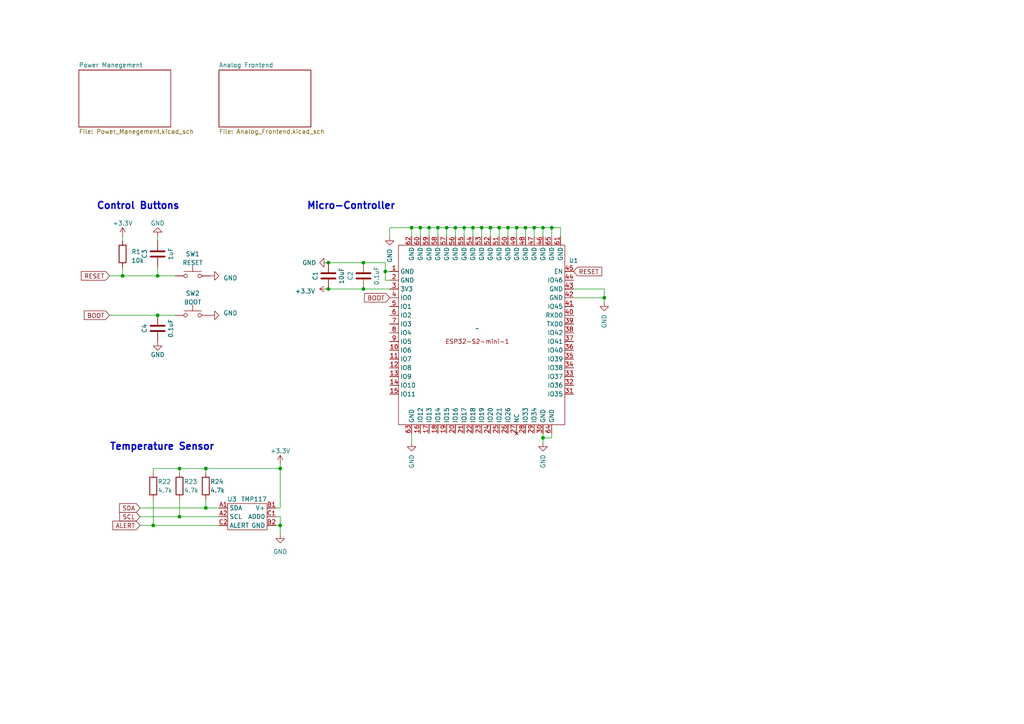
<source format=kicad_sch>
(kicad_sch (version 20230121) (generator eeschema)
  (paper "A4")
  (title_block (title "Neural Interface Top Level") (date "2024-03-21") (rev "1") (company "Owen Leishman"))
  (lib_symbols
    (symbol "ASIC_Implementation:ESP32-S2-mini-1"
      (property "Reference" "U" (at -3.81 -100.33 0))
      (symbol "ESP32-S2-mini-1_0_0"
        (pin power_in line (at -27.94 -91.44 0) (length 2.54) (name "GND") (number "1"))
        (pin unspecified line (at -27.94 -114.3 0) (length 2.54) (name "IO6") (number "10"))
        (pin unspecified line (at -27.94 -116.84 0) (length 2.54) (name "IO7") (number "11"))
        (pin unspecified line (at -27.94 -119.38 0) (length 2.54) (name "IO8") (number "12"))
        (pin unspecified line (at -27.94 -121.92 0) (length 2.54) (name "IO9") (number "13"))
        (pin unspecified line (at -27.94 -124.46 0) (length 2.54) (name "IO10") (number "14"))
        (pin unspecified line (at -27.94 -127 0) (length 2.54) (name "IO11") (number "15"))
        (pin unspecified line (at -19.05 -138.43 90) (length 2.54) (name "IO12") (number "16"))
        (pin unspecified line (at -16.51 -138.43 90) (length 2.54) (name "IO13") (number "17"))
        (pin unspecified line (at -13.97 -138.43 90) (length 2.54) (name "IO14") (number "18"))
        (pin unspecified line (at -11.43 -138.43 90) (length 2.54) (name "IO15") (number "19"))
        (pin power_in line (at -27.94 -93.98 0) (length 2.54) (name "GND") (number "2"))
        (pin unspecified line (at -8.89 -138.43 90) (length 2.54) (name "IO16") (number "20"))
        (pin unspecified line (at -6.35 -138.43 90) (length 2.54) (name "IO17") (number "21"))
        (pin unspecified line (at -3.81 -138.43 90) (length 2.54) (name "IO18") (number "22"))
        (pin unspecified line (at -1.27 -138.43 90) (length 2.54) (name "IO19") (number "23"))
        (pin unspecified line (at 1.27 -138.43 90) (length 2.54) (name "IO20") (number "24"))
        (pin unspecified line (at 3.81 -138.43 90) (length 2.54) (name "IO21") (number "25"))
        (pin unspecified line (at 6.35 -138.43 90) (length 2.54) (name "IO26") (number "26"))
        (pin no_connect line (at 8.89 -138.43 90) (length 2.54) (name "NC") (number "27"))
        (pin unspecified line (at 11.43 -138.43 90) (length 2.54) (name "IO33") (number "28"))
        (pin unspecified line (at 13.97 -138.43 90) (length 2.54) (name "IO34") (number "29"))
        (pin power_in line (at -27.94 -96.52 0) (length 2.54) (name "3V3") (number "3"))
        (pin unspecified line (at 16.51 -138.43 90) (length 2.54) (name "GND") (number "30"))
        (pin unspecified line (at 25.4 -127 180) (length 2.54) (name "IO35") (number "31"))
        (pin unspecified line (at 25.4 -124.46 180) (length 2.54) (name "IO36") (number "32"))
        (pin unspecified line (at 25.4 -121.92 180) (length 2.54) (name "IO37") (number "33"))
        (pin unspecified line (at 25.4 -119.38 180) (length 2.54) (name "IO38") (number "34"))
        (pin unspecified line (at 25.4 -116.84 180) (length 2.54) (name "IO39") (number "35"))
        (pin unspecified line (at 25.4 -114.3 180) (length 2.54) (name "IO40") (number "36"))
        (pin unspecified line (at 25.4 -111.76 180) (length 2.54) (name "IO41") (number "37"))
        (pin unspecified line (at 25.4 -109.22 180) (length 2.54) (name "IO42") (number "38"))
        (pin unspecified line (at 25.4 -106.68 180) (length 2.54) (name "TXD0") (number "39"))
        (pin output line (at -27.94 -99.06 0) (length 2.54) (name "IO0") (number "4"))
        (pin unspecified line (at 25.4 -101.6 180) (length 2.54) (name "IO45") (number "41"))
        (pin unspecified line (at 25.4 -99.06 180) (length 2.54) (name "GND") (number "42"))
        (pin unspecified line (at 25.4 -96.52 180) (length 2.54) (name "GND") (number "43"))
        (pin unspecified line (at 25.4 -93.98 180) (length 2.54) (name "IO46") (number "44"))
        (pin unspecified line (at 25.4 -91.44 180) (length 2.54) (name "EN") (number "45"))
        (pin unspecified line (at 16.51 -81.28 270) (length 2.54) (name "GND") (number "46"))
        (pin unspecified line (at 13.97 -81.28 270) (length 2.54) (name "GND") (number "47"))
        (pin unspecified line (at 11.43 -81.28 270) (length 2.54) (name "GND") (number "48"))
        (pin unspecified line (at 8.89 -81.28 270) (length 2.54) (name "GND") (number "49"))
        (pin output line (at -27.94 -101.6 0) (length 2.54) (name "IO1") (number "5"))
        (pin unspecified line (at 6.35 -81.28 270) (length 2.54) (name "GND") (number "50"))
        (pin unspecified line (at 3.81 -81.28 270) (length 2.54) (name "GND") (number "51"))
        (pin unspecified line (at 1.27 -81.28 270) (length 2.54) (name "GND") (number "52"))
        (pin unspecified line (at -1.27 -81.28 270) (length 2.54) (name "GND") (number "53"))
        (pin unspecified line (at -3.81 -81.28 270) (length 2.54) (name "GND") (number "54"))
        (pin unspecified line (at -6.35 -81.28 270) (length 2.54) (name "GND") (number "55"))
        (pin unspecified line (at -8.89 -81.28 270) (length 2.54) (name "GND") (number "56"))
        (pin unspecified line (at -11.43 -81.28 270) (length 2.54) (name "GND") (number "57"))
        (pin unspecified line (at -13.97 -81.28 270) (length 2.54) (name "GND") (number "58"))
        (pin unspecified line (at -16.51 -81.28 270) (length 2.54) (name "GND") (number "59"))
        (pin unspecified line (at -27.94 -104.14 0) (length 2.54) (name "IO2") (number "6"))
        (pin unspecified line (at -19.05 -81.28 270) (length 2.54) (name "GND") (number "60"))
        (pin unspecified line (at -21.59 -81.28 270) (length 2.54) (name "GND") (number "62"))
        (pin unspecified line (at -21.59 -138.43 90) (length 2.54) (name "GND") (number "63"))
        (pin unspecified line (at 19.05 -138.43 90) (length 2.54) (name "GND") (number "64"))
        (pin unspecified line (at 19.05 -81.28 270) (length 2.54) (name "GND") (number "65"))
        (pin unspecified line (at -27.94 -106.68 0) (length 2.54) (name "IO3") (number "7"))
        (pin unspecified line (at -27.94 -109.22 0) (length 2.54) (name "IO4") (number "8"))
        (pin unspecified line (at -27.94 -111.76 0) (length 2.54) (name "IO5") (number "9"))
      )
      (symbol "ESP32-S2-mini-1_0_1"
        (rectangle (start -25.4 -83.82) (end 22.86 -135.89))
      )
      (symbol "ESP32-S2-mini-1_1_0"
        (pin unspecified line (at 25.4 -104.14 180) (length 2.54) (name "RXD0") (number "40"))
        (pin unspecified line (at 21.59 -81.28 270) (length 2.54) (name "GND") (number "61"))
      )
      (symbol "ESP32-S2-mini-1_1_1"
        (text "ESP32-S2-mini-1" (at -2.54 -111.76 0) (effects (font (size 1.27 1.27))))
      )
    )
    (symbol "Device:C" (pin_numbers hide) (pin_names (offset 0.254))
      (property "Reference" "C" (at 0.635 2.54 0))
      (property "Value" "C" (at 0.635 -2.54 0))
      (symbol "C_0_1"
        (polyline (pts (xy -2.032 -0.762) (xy 2.032 -0.762)) (stroke (width 0.508)))
        (polyline (pts (xy -2.032 0.762) (xy 2.032 0.762)) (stroke (width 0.508)))
      )
      (symbol "C_1_1"
        (pin passive line (at 0 3.81 270) (length 2.794) (name "~") (number "1"))
        (pin passive line (at 0 -3.81 90) (length 2.794) (name "~") (number "2"))
      )
    )
    (symbol "Device:R" (pin_numbers hide) (pin_names (offset 0))
      (property "Reference" "R" (at 2.032 0 90))
      (property "Value" "R" (at 0 0 90))
      (symbol "R_0_1"
        (rectangle (start -1.016 -2.54) (end 1.016 2.54) (stroke (width 0.254)))
      )
      (symbol "R_1_1"
        (pin passive line (at 0 3.81 270) (length 1.27) (name "~") (number "1"))
        (pin passive line (at 0 -3.81 90) (length 1.27) (name "~") (number "2"))
      )
    )
    (symbol "Motor_Driver:TMP117"
      (property "Reference" "U3" (at -5.08 5.08 0))
      (property "Value" "TMP117" (at 1.27 5.08 0))
      (symbol "TMP117_0_0"
        (pin passive line (at -8.89 2.54 0) (length 2.54) (name "SDA") (number "A1"))
        (pin passive line (at -8.89 0 0) (length 2.54) (name "SCL") (number "A2"))
        (pin passive line (at 7.62 0 180) (length 2.54) (name "ADD0") (number "C1"))
        (pin passive line (at -8.89 -2.54 0) (length 2.54) (name "ALERT") (number "C2"))
      )
      (symbol "TMP117_0_1"
        (rectangle (start -6.35 3.81) (end 5.08 -3.81))
      )
      (symbol "TMP117_1_0"
        (pin power_in line (at 7.62 2.54 180) (length 2.54) (name "V+") (number "B1"))
        (pin power_in line (at 7.62 -2.54 180) (length 2.54) (name "GND") (number "B2"))
      )
    )
    (symbol "Switch:SW_Push" (pin_numbers hide) (pin_names (offset 1.016) hide)
      (property "Reference" "SW" (at 1.27 2.54 0))
      (property "Value" "SW_Push" (at 0 -1.524 0))
      (symbol "SW_Push_0_1"
        (circle (center -2.032 0) (radius 0.508))
        (polyline (pts (xy 0 1.27) (xy 0 3.048)))
        (polyline (pts (xy 2.54 1.27) (xy -2.54 1.27)))
        (circle (center 2.032 0) (radius 0.508))
        (pin passive line (at -5.08 0 0) (length 2.54) (name "1") (number "1"))
        (pin passive line (at 5.08 0 180) (length 2.54) (name "2") (number "2"))
      )
    )
    (symbol "power:+3.3V" (power) (pin_names (offset 0))
      (property "Value" "+3.3V" (at 0 3.556 0))
      (symbol "+3.3V_0_1"
        (polyline (pts (xy -0.762 1.27) (xy 0 2.54)))
        (polyline (pts (xy 0 0) (xy 0 2.54)))
        (polyline (pts (xy 0 2.54) (xy 0.762 1.27)))
      )
      (symbol "+3.3V_1_1"
        (pin power_in line (at 0 0 90) (length 0) hide (name "+3.3V") (number "1"))
      )
    )
    (symbol "power:GND" (power) (pin_names (offset 0))
      (property "Value" "GND" (at 0 -3.81 0))
      (symbol "GND_0_1"
        (polyline (pts (xy 0 0) (xy 0 -1.27) (xy 1.27 -1.27) (xy 0 -2.54) (xy -1.27 -1.27) (xy 0 -1.27)))
      )
      (symbol "GND_1_1"
        (pin power_in line (at 0 0 270) (length 0) hide (name "GND") (number "1"))
      )
    )
  )
  (junction (at 142.24 66.04))
  (junction (at 45.72 91.44))
  (junction (at 132.08 66.04))
  (junction (at 81.28 135.89))
  (junction (at 129.54 66.04))
  (junction (at 149.86 66.04))
  (junction (at 121.92 66.04))
  (junction (at 124.46 66.04))
  (junction (at 152.4 66.04))
  (junction (at 59.69 135.89))
  (junction (at 134.62 66.04))
  (junction (at 59.69 147.32))
  (junction (at 139.7 66.04))
  (junction (at 81.28 152.4))
  (junction (at 119.38 66.04))
  (junction (at 127 66.04))
  (junction (at 52.07 149.86))
  (junction (at 111.76 78.74))
  (junction (at 95.25 76.2))
  (junction (at 144.78 66.04))
  (junction (at 160.02 66.04))
  (junction (at 35.56 80.01))
  (junction (at 175.26 86.36))
  (junction (at 44.45 152.4))
  (junction (at 157.48 66.04))
  (junction (at 95.25 83.82))
  (junction (at 157.48 127))
  (junction (at 137.16 66.04))
  (junction (at 45.72 80.01))
  (junction (at 154.94 66.04))
  (junction (at 52.07 135.89))
  (junction (at 105.41 76.2))
  (junction (at 147.32 66.04))
  (junction (at 105.41 83.82))
  (wire (pts (xy 162.56 66.04) (xy 162.56 68.58)))
  (wire (pts (xy 147.32 66.04) (xy 147.32 68.58)))
  (wire (pts (xy 59.69 147.32) (xy 59.69 144.78)))
  (wire (pts (xy 166.37 83.82) (xy 175.26 83.82)))
  (wire (pts (xy 40.64 147.32) (xy 59.69 147.32)))
  (wire (pts (xy 52.07 135.89) (xy 52.07 137.16)))
  (wire (pts (xy 124.46 66.04) (xy 127 66.04)))
  (wire (pts (xy 105.41 76.2) (xy 111.76 76.2)))
  (wire (pts (xy 124.46 66.04) (xy 124.46 68.58)))
  (wire (pts (xy 144.78 66.04) (xy 147.32 66.04)))
  (wire (pts (xy 50.8 91.44) (xy 45.72 91.44)))
  (wire (pts (xy 80.01 152.4) (xy 81.28 152.4)))
  (wire (pts (xy 132.08 66.04) (xy 134.62 66.04)))
  (wire (pts (xy 63.5 152.4) (xy 44.45 152.4)))
  (wire (pts (xy 157.48 66.04) (xy 160.02 66.04)))
  (wire (pts (xy 157.48 66.04) (xy 157.48 68.58)))
  (wire (pts (xy 119.38 128.27) (xy 119.38 125.73)))
  (wire (pts (xy 95.25 76.2) (xy 105.41 76.2)))
  (wire (pts (xy 59.69 135.89) (xy 52.07 135.89)))
  (wire (pts (xy 81.28 147.32) (xy 81.28 135.89)))
  (wire (pts (xy 121.92 66.04) (xy 121.92 68.58)))
  (wire (pts (xy 127 66.04) (xy 129.54 66.04)))
  (wire (pts (xy 35.56 68.58) (xy 35.56 69.85)))
  (wire (pts (xy 139.7 66.04) (xy 139.7 68.58)))
  (wire (pts (xy 160.02 66.04) (xy 160.02 68.58)))
  (wire (pts (xy 129.54 66.04) (xy 129.54 68.58)))
  (wire (pts (xy 121.92 66.04) (xy 124.46 66.04)))
  (wire (pts (xy 81.28 152.4) (xy 81.28 154.94)))
  (wire (pts (xy 142.24 66.04) (xy 142.24 68.58)))
  (wire (pts (xy 142.24 66.04) (xy 144.78 66.04)))
  (wire (pts (xy 45.72 80.01) (xy 50.8 80.01)))
  (wire (pts (xy 81.28 135.89) (xy 59.69 135.89)))
  (wire (pts (xy 132.08 66.04) (xy 132.08 68.58)))
  (wire (pts (xy 134.62 66.04) (xy 134.62 68.58)))
  (wire (pts (xy 63.5 149.86) (xy 52.07 149.86)))
  (wire (pts (xy 160.02 66.04) (xy 162.56 66.04)))
  (wire (pts (xy 134.62 66.04) (xy 137.16 66.04)))
  (wire (pts (xy 111.76 81.28) (xy 111.76 78.74)))
  (wire (pts (xy 40.64 149.86) (xy 52.07 149.86)))
  (wire (pts (xy 63.5 147.32) (xy 59.69 147.32)))
  (wire (pts (xy 95.25 83.82) (xy 105.41 83.82)))
  (wire (pts (xy 175.26 83.82) (xy 175.26 86.36)))
  (wire (pts (xy 105.41 83.82) (xy 113.03 83.82)))
  (wire (pts (xy 137.16 66.04) (xy 137.16 68.58)))
  (wire (pts (xy 152.4 66.04) (xy 154.94 66.04)))
  (wire (pts (xy 52.07 135.89) (xy 44.45 135.89)))
  (wire (pts (xy 157.48 128.27) (xy 157.48 127)))
  (wire (pts (xy 119.38 66.04) (xy 119.38 68.58)))
  (wire (pts (xy 175.26 87.63) (xy 175.26 86.36)))
  (wire (pts (xy 154.94 66.04) (xy 157.48 66.04)))
  (wire (pts (xy 157.48 127) (xy 160.02 127)))
  (wire (pts (xy 113.03 81.28) (xy 111.76 81.28)))
  (wire (pts (xy 81.28 149.86) (xy 81.28 152.4)))
  (wire (pts (xy 59.69 137.16) (xy 59.69 135.89)))
  (wire (pts (xy 44.45 152.4) (xy 44.45 144.78)))
  (wire (pts (xy 149.86 66.04) (xy 149.86 68.58)))
  (wire (pts (xy 137.16 66.04) (xy 139.7 66.04)))
  (wire (pts (xy 111.76 78.74) (xy 113.03 78.74)))
  (wire (pts (xy 45.72 77.47) (xy 45.72 80.01)))
  (wire (pts (xy 154.94 66.04) (xy 154.94 68.58)))
  (wire (pts (xy 45.72 80.01) (xy 35.56 80.01)))
  (wire (pts (xy 113.03 66.04) (xy 119.38 66.04)))
  (wire (pts (xy 113.03 68.58) (xy 113.03 66.04)))
  (wire (pts (xy 52.07 149.86) (xy 52.07 144.78)))
  (wire (pts (xy 31.75 91.44) (xy 45.72 91.44)))
  (wire (pts (xy 166.37 86.36) (xy 175.26 86.36)))
  (wire (pts (xy 80.01 147.32) (xy 81.28 147.32)))
  (wire (pts (xy 40.64 152.4) (xy 44.45 152.4)))
  (wire (pts (xy 147.32 66.04) (xy 149.86 66.04)))
  (wire (pts (xy 149.86 66.04) (xy 152.4 66.04)))
  (wire (pts (xy 152.4 66.04) (xy 152.4 68.58)))
  (wire (pts (xy 45.72 68.58) (xy 45.72 69.85)))
  (wire (pts (xy 160.02 125.73) (xy 160.02 127)))
  (wire (pts (xy 111.76 76.2) (xy 111.76 78.74)))
  (wire (pts (xy 80.01 149.86) (xy 81.28 149.86)))
  (wire (pts (xy 35.56 80.01) (xy 31.75 80.01)))
  (wire (pts (xy 119.38 66.04) (xy 121.92 66.04)))
  (wire (pts (xy 127 66.04) (xy 127 68.58)))
  (wire (pts (xy 129.54 66.04) (xy 132.08 66.04)))
  (wire (pts (xy 35.56 77.47) (xy 35.56 80.01)))
  (wire (pts (xy 44.45 135.89) (xy 44.45 137.16)))
  (wire (pts (xy 139.7 66.04) (xy 142.24 66.04)))
  (wire (pts (xy 144.78 66.04) (xy 144.78 68.58)))
  (wire (pts (xy 81.28 134.62) (xy 81.28 135.89)))
  (wire (pts (xy 157.48 127) (xy 157.48 125.73)))
  (text "Control Buttons" (at 27.94 60.96 0) (effects (font (size 2 2) (thickness 0.4) bold) (justify left bottom)))
  (text "Temperature Sensor" (at 31.75 130.81 0) (effects (font (size 2 2) (thickness 0.4) bold) (justify left bottom)))
  (text "Micro-Controller" (at 88.9 60.96 0) (effects (font (size 2 2) (thickness 0.4) bold) (justify left bottom)))
  (global_label "SDA" (shape input) (at 40.64 147.32 180) (property "Intersheetrefs" "${INTERSHEET_REFS}" (effects hide)))
  (global_label "ALERT" (shape input) (at 40.64 152.4 180) (property "Intersheetrefs" "${INTERSHEET_REFS}" (effects hide)))
  (global_label "BOOT" (shape input) (at 31.75 91.44 180) (property "Intersheetrefs" "${INTERSHEET_REFS}" (effects hide)))
  (global_label "SCL" (shape input) (at 40.64 149.86 180) (property "Intersheetrefs" "${INTERSHEET_REFS}" (effects hide)))
  (global_label "BOOT" (shape input) (at 113.03 86.36 180) (property "Intersheetrefs" "${INTERSHEET_REFS}" (effects hide)))
  (global_label "RESET" (shape input) (at 31.75 80.01 180) (property "Intersheetrefs" "${INTERSHEET_REFS}" (effects hide)))
  (global_label "RESET" (shape input) (at 166.37 78.74 0) (property "Intersheetrefs" "${INTERSHEET_REFS}" (effects hide)))
  (symbol (lib_id "power:GND") (at 45.72 99.06 0) (unit 1)
    (property "Reference" "#PWR06" (effects hide))
    (property "Value" "GND" (at 45.72 102.87 0))
  )
  (symbol (lib_id "power:GND") (at 175.26 87.63 0) (unit 1)
    (property "Reference" "#PWR011" (effects hide))
    (property "Value" "GND" (at 175.26 95.25 90) (effects (justify left)))
  )
  (symbol (lib_id "power:GND") (at 157.48 128.27 0) (unit 1)
    (property "Reference" "#PWR010" (effects hide))
    (property "Value" "GND" (at 157.48 135.89 90) (effects (justify left)))
  )
  (symbol (lib_id "Device:C") (at 105.41 80.01 180) (unit 1)
    (property "Reference" "C2" (at 101.6 80.01 90))
    (property "Value" "0.1uF" (at 109.22 80.01 90))
    (property "Footprint" "Capacitor_SMD:C_0603_1608Metric" (effects hide))
  )
  (symbol (lib_id "power:GND") (at 81.28 154.94 0) (unit 1)
    (property "Reference" "#PWR055" (effects hide))
    (property "Value" "GND" (at 81.28 160.02 0))
  )
  (symbol (lib_id "Motor_Driver:TMP117") (at 72.39 149.86 0) (unit 1)
    (property "Reference" "U3" (at 67.31 144.78 0))
    (property "Value" "TMP117" (at 73.66 144.78 0))
    (property "Footprint" "Package_BGA:Texas_DSBGA-6_0.95x1.488mm_Layout2x3_P0.4mm" (effects hide))
    (property "Datasheet" "https://www.ti.com/lit/ds/symlink/tmp117.pdf?ts=1705219508033&ref_url=https%253A%252F%252Fwww.ti.com%252Fproduct%252FTMP117%253FCMP%253Dconv-poasamples" (effects hide))
  )
  (symbol (lib_id "Device:R") (at 35.56 73.66 0) (unit 1)
    (property "Reference" "R1" (at 38.1 73.025 0) (effects (justify left)))
    (property "Value" "10k" (at 38.1 75.565 0) (effects (justify left)))
    (property "Footprint" "Resistor_SMD:R_0805_2012Metric" (effects hide))
  )
  (symbol (lib_id "Device:R") (at 44.45 140.97 180) (unit 1)
    (property "Reference" "R22" (at 45.72 139.7 0) (effects (justify right)))
    (property "Value" "4.7k" (at 45.72 142.24 0) (effects (justify right)))
    (property "Footprint" "Resistor_SMD:R_0402_1005Metric" (effects hide))
  )
  (symbol (lib_id "power:+3.3V") (at 35.56 68.58 0) (unit 1)
    (property "Reference" "#PWR04" (effects hide))
    (property "Value" "+3.3V" (at 35.56 64.77 0))
  )
  (symbol (lib_id "Device:C") (at 95.25 80.01 180) (unit 1)
    (property "Reference" "C1" (at 91.44 80.01 90))
    (property "Value" "10uF" (at 99.06 80.01 90))
    (property "Footprint" "Capacitor_SMD:C_1210_3225Metric" (effects hide))
  )
  (symbol (lib_id "power:GND") (at 60.96 91.44 90) (unit 1)
    (property "Reference" "#PWR08" (effects hide))
    (property "Value" "GND" (at 64.77 90.805 90) (effects (justify right)))
  )
  (symbol (lib_id "power:GND") (at 45.72 68.58 180) (unit 1)
    (property "Reference" "#PWR05" (effects hide))
    (property "Value" "GND" (at 45.72 64.77 0))
  )
  (symbol (lib_id "Device:C") (at 45.72 95.25 180) (unit 1)
    (property "Reference" "C4" (at 41.91 95.25 90))
    (property "Value" "0.1uF" (at 49.53 95.25 90))
    (property "Footprint" "Capacitor_SMD:C_0603_1608Metric" (effects hide))
  )
  (symbol (lib_id "power:GND") (at 60.96 80.01 90) (unit 1)
    (property "Reference" "#PWR07" (effects hide))
    (property "Value" "GND" (at 64.77 80.645 90) (effects (justify right)))
  )
  (symbol (lib_id "Switch:SW_Push") (at 55.88 91.44 0) (unit 1)
    (property "Reference" "SW2" (at 55.88 85.09 0))
    (property "Value" "BOOT" (at 55.88 87.63 0))
    (property "Footprint" "ASIC_Implementation_Library:PTS815SJM250SMTRLFS" (effects hide))
  )
  (symbol (lib_id "Device:R") (at 52.07 140.97 180) (unit 1)
    (property "Reference" "R23" (at 53.34 139.7 0) (effects (justify right)))
    (property "Value" "4.7k" (at 53.34 142.24 0) (effects (justify right)))
    (property "Footprint" "Resistor_SMD:R_0402_1005Metric" (effects hide))
  )
  (symbol (lib_id "Device:R") (at 59.69 140.97 180) (unit 1)
    (property "Reference" "R24" (at 60.96 139.7 0) (effects (justify right)))
    (property "Value" "4.7k" (at 60.96 142.24 0) (effects (justify right)))
    (property "Footprint" "Resistor_SMD:R_0402_1005Metric" (effects hide))
  )
  (symbol (lib_id "ASIC_Implementation:ESP32-S2-mini-1") (at 140.97 -12.7 0) (unit 1)
    (property "Reference" "U1" (at 166.37 75.5903 0))
    (property "Value" "~" (at 138.43 95.25 0))
    (property "Footprint" "ASIC_Implementation_Library:ESP32S2MINI1N4R2" (effects hide))
  )
  (symbol (lib_id "power:GND") (at 119.38 128.27 0) (unit 1)
    (property "Reference" "#PWR09" (effects hide))
    (property "Value" "GND" (at 119.38 135.89 90) (effects (justify left)))
  )
  (symbol (lib_id "power:+3.3V") (at 81.28 134.62 0) (unit 1)
    (property "Reference" "#PWR054" (effects hide))
    (property "Value" "+3.3V" (at 81.28 130.81 0))
  )
  (symbol (lib_id "Device:C") (at 45.72 73.66 180) (unit 1)
    (property "Reference" "C3" (at 41.91 73.66 90))
    (property "Value" "1uF" (at 49.53 73.66 90))
    (property "Footprint" "Capacitor_SMD:C_0805_2012Metric" (effects hide))
  )
  (symbol (lib_id "power:GND") (at 113.03 68.58 0) (unit 1)
    (property "Reference" "#PWR03" (effects hide))
    (property "Value" "GND" (at 113.03 76.2 90) (effects (justify left)))
  )
  (symbol (lib_id "Switch:SW_Push") (at 55.88 80.01 0) (unit 1)
    (property "Reference" "SW1" (at 55.88 73.66 0))
    (property "Value" "RESET" (at 55.88 76.2 0))
    (property "Footprint" "ASIC_Implementation_Library:PTS815SJM250SMTRLFS" (effects hide))
  )
  (symbol (lib_id "power:+3.3V") (at 95.25 83.82 90) (unit 1)
    (property "Reference" "#PWR02" (effects hide))
    (property "Value" "+3.3V" (at 91.44 84.455 90) (effects (justify left)))
  )
  (symbol (lib_id "power:GND") (at 95.25 76.2 270) (unit 1)
    (property "Reference" "#PWR01" (effects hide))
    (property "Value" "GND" (at 87.63 76.2 90) (effects (justify left)))
  )
  (sheet (at 63.5 20.32) (size 26.67 16.51) (stroke (width 0.1524))
    (property "Sheetname" "Analog Frontend" (at 63.5 19.6084 0) (effects (justify left bottom)))
    (property "Sheetfile" "Analog_Frontend.kicad_sch" (at 63.5 37.4146 0) (effects (justify left top)))
  )
  (sheet (at 22.86 20.32) (size 26.67 16.51) (stroke (width 0.1524))
    (property "Sheetname" "Power Manegement" (at 22.86 19.6084 0) (effects (justify left bottom)))
    (property "Sheetfile" "Power_Manegement.kicad_sch" (at 22.86 37.4146 0) (effects (justify left top)))
  )
)
</source>
